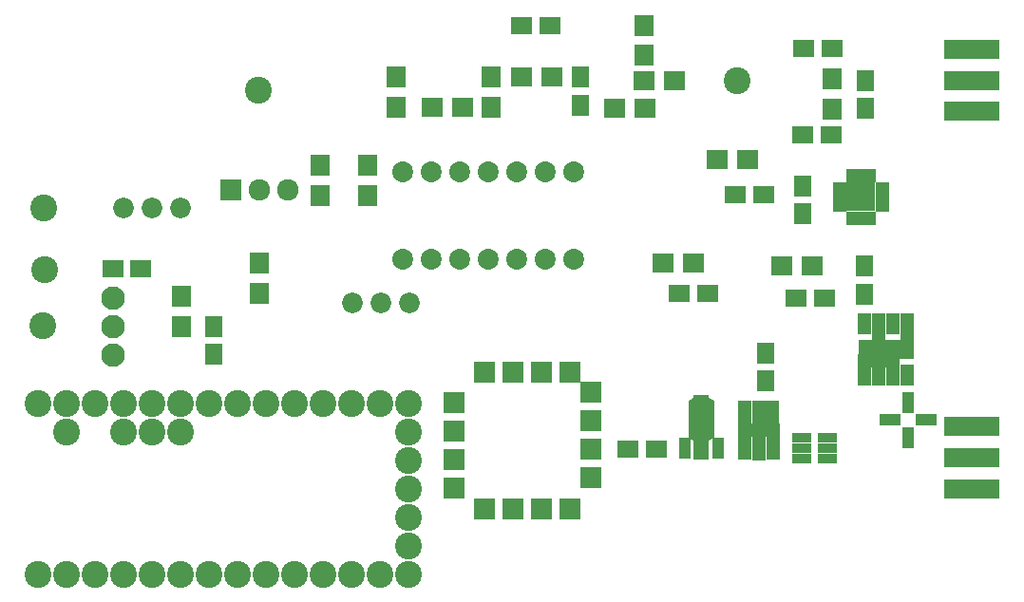
<source format=gbr>
G04 #@! TF.FileFunction,Soldermask,Top*
%FSLAX46Y46*%
G04 Gerber Fmt 4.6, Leading zero omitted, Abs format (unit mm)*
G04 Created by KiCad (PCBNEW 4.0.7) date 02/08/18 05:40:13*
%MOMM*%
%LPD*%
G01*
G04 APERTURE LIST*
%ADD10C,0.100000*%
%ADD11C,1.840000*%
%ADD12R,1.900000X1.700000*%
%ADD13R,1.900000X1.650000*%
%ADD14R,1.920000X1.920000*%
%ADD15C,2.400000*%
%ADD16C,2.100000*%
%ADD17R,1.650000X1.900000*%
%ADD18R,1.700000X1.900000*%
%ADD19R,4.900000X1.800000*%
%ADD20R,0.760000X1.290000*%
%ADD21R,1.290000X0.760000*%
%ADD22R,2.560000X2.560000*%
%ADD23R,1.111200X1.898600*%
%ADD24R,1.314400X5.734000*%
%ADD25R,1.160000X2.790000*%
%ADD26R,1.160000X1.920000*%
%ADD27R,3.700000X1.270000*%
%ADD28R,4.970000X1.670000*%
%ADD29R,1.950000X1.010000*%
%ADD30R,1.010000X1.950000*%
%ADD31R,1.670000X0.908000*%
%ADD32C,1.920000*%
%ADD33C,1.860000*%
%ADD34R,1.190000X2.080000*%
%ADD35R,1.190000X2.510000*%
%ADD36R,2.460000X2.080000*%
%ADD37R,3.730000X1.160000*%
%ADD38C,1.162000*%
G04 APERTURE END LIST*
D10*
D11*
X65405000Y-57079000D03*
X67945000Y-57079000D03*
X70485000Y-57079000D03*
D12*
X106402000Y-53818000D03*
X103702000Y-53818000D03*
D13*
X44043000Y-54077000D03*
X46543000Y-54077000D03*
D14*
X79692000Y-63294000D03*
X77152000Y-63294000D03*
X82232000Y-63294000D03*
X84772000Y-63294000D03*
X84772000Y-75494000D03*
X82232000Y-75494000D03*
X79692000Y-75494000D03*
X77152000Y-75494000D03*
X86682000Y-65074000D03*
X86682000Y-67614000D03*
X86682000Y-70154000D03*
X86682000Y-72694000D03*
X74482000Y-65964000D03*
X74482000Y-68504000D03*
X74482000Y-71044000D03*
X74482000Y-73584000D03*
D15*
X37968000Y-54089000D03*
X37836000Y-59152000D03*
D16*
X44058000Y-59210000D03*
X44058000Y-56670000D03*
X44058000Y-61750000D03*
D13*
X92477000Y-70105000D03*
X89977000Y-70105000D03*
D17*
X53045000Y-59182000D03*
X53045000Y-61682000D03*
X111100000Y-39752000D03*
X111100000Y-37252000D03*
D13*
X108159000Y-34403000D03*
X105659000Y-34403000D03*
X99555000Y-47420000D03*
X102055000Y-47420000D03*
X108082000Y-42144000D03*
X105582000Y-42144000D03*
D17*
X102260000Y-64060000D03*
X102260000Y-61560000D03*
D13*
X104975000Y-56640000D03*
X107475000Y-56640000D03*
D17*
X105575000Y-46640000D03*
X105575000Y-49140000D03*
D13*
X94582000Y-56249000D03*
X97082000Y-56249000D03*
D17*
X111059000Y-56318000D03*
X111059000Y-53818000D03*
X85710000Y-39452000D03*
X85710000Y-36952000D03*
D13*
X80528000Y-32332000D03*
X83028000Y-32332000D03*
D18*
X108158000Y-39776000D03*
X108158000Y-37076000D03*
D12*
X95841000Y-53511000D03*
X93141000Y-53511000D03*
D11*
X50094000Y-48621000D03*
X47554000Y-48621000D03*
X45014000Y-48621000D03*
D12*
X100646000Y-44291000D03*
X97946000Y-44291000D03*
D18*
X57109000Y-53515000D03*
X57109000Y-56215000D03*
X66802000Y-44785000D03*
X66802000Y-47485000D03*
X62499000Y-44841000D03*
X62499000Y-47541000D03*
D12*
X72521000Y-39625000D03*
X75221000Y-39625000D03*
D18*
X77810000Y-36962000D03*
X77810000Y-39662000D03*
X69317000Y-39634000D03*
X69317000Y-36934000D03*
D12*
X80512000Y-36971000D03*
X83212000Y-36971000D03*
D18*
X91417000Y-35024000D03*
X91417000Y-32324000D03*
D12*
X88754000Y-39737000D03*
X91454000Y-39737000D03*
X94136000Y-37278000D03*
X91436000Y-37278000D03*
D15*
X37940000Y-48613000D03*
X57054000Y-38114000D03*
X99715000Y-37269000D03*
D19*
X120650000Y-34465000D03*
X120650000Y-37240000D03*
X120650000Y-40015000D03*
D20*
X111699000Y-45739000D03*
D21*
X112629000Y-48619000D03*
D22*
X110724000Y-47644000D03*
D21*
X108819000Y-46669000D03*
X108819000Y-47319000D03*
X108819000Y-47969000D03*
X108819000Y-48619000D03*
X112629000Y-47969000D03*
X112629000Y-47319000D03*
X112629000Y-46669000D03*
D20*
X111699000Y-49549000D03*
X111049000Y-49549000D03*
X110399000Y-49549000D03*
X109749000Y-49549000D03*
X111049000Y-45739000D03*
X110399000Y-45739000D03*
X109749000Y-45739000D03*
D23*
X98008600Y-70071700D03*
X95011400Y-70071700D03*
D24*
X96510000Y-68154000D03*
D10*
G36*
X96767200Y-69598600D02*
X96767200Y-65287000D01*
X97662500Y-65782300D01*
X97662500Y-69103300D01*
X96767200Y-69598600D01*
X96767200Y-69598600D01*
G37*
G36*
X95357500Y-69103300D02*
X95357500Y-65782300D01*
X96252800Y-65287000D01*
X96252800Y-69598600D01*
X95357500Y-69103300D01*
X95357500Y-69103300D01*
G37*
D25*
X114874000Y-59395000D03*
D26*
X114874000Y-63490000D03*
X113604000Y-63490000D03*
X112334000Y-63490000D03*
X111064000Y-63490000D03*
X113604000Y-58960000D03*
D25*
X112334000Y-59395000D03*
D26*
X111064000Y-58960000D03*
D27*
X112334000Y-62295000D03*
D28*
X112969000Y-61225000D03*
D29*
X116525000Y-67524000D03*
D30*
X114940000Y-69109000D03*
X114940000Y-65939000D03*
D29*
X113355000Y-67524000D03*
D31*
X105466000Y-69104200D03*
X105466000Y-70044000D03*
X105466000Y-70983800D03*
X107752000Y-69104200D03*
X107752000Y-70044000D03*
X107752000Y-70983800D03*
D19*
X120650000Y-73665000D03*
X120650000Y-70890000D03*
X120650000Y-68115000D03*
D32*
X57132000Y-47001000D03*
X59672000Y-47001000D03*
D14*
X54592000Y-47001000D03*
D33*
X69898000Y-45396000D03*
X72438000Y-45396000D03*
X74978000Y-45396000D03*
X77518000Y-45396000D03*
X80058000Y-45396000D03*
X82598000Y-45396000D03*
X85138000Y-45396000D03*
X69898000Y-53156000D03*
X72438000Y-53156000D03*
X74978000Y-53156000D03*
X77518000Y-53156000D03*
X80058000Y-53156000D03*
X82598000Y-53156000D03*
X85138000Y-53156000D03*
D18*
X50160000Y-59202000D03*
X50160000Y-56502000D03*
D15*
X37379000Y-81280000D03*
X39919000Y-81280000D03*
X42459000Y-81280000D03*
X44999000Y-81280000D03*
X47539000Y-81280000D03*
X50079000Y-81280000D03*
X52619000Y-81280000D03*
X55159000Y-81280000D03*
X57699000Y-81280000D03*
X60239000Y-81280000D03*
X62779000Y-81280000D03*
X65319000Y-81280000D03*
X67859000Y-81280000D03*
X70399000Y-81280000D03*
X70399000Y-78740000D03*
X70399000Y-76200000D03*
X70399000Y-73660000D03*
X70399000Y-71120000D03*
X70399000Y-68580000D03*
X70399000Y-66040000D03*
X67859000Y-66040000D03*
X65319000Y-66040000D03*
X62779000Y-66040000D03*
X60239000Y-66040000D03*
X57699000Y-66040000D03*
X55159000Y-66040000D03*
X52619000Y-66040000D03*
X50079000Y-66040000D03*
X47539000Y-66040000D03*
X44999000Y-66040000D03*
X42459000Y-66040000D03*
X39919000Y-66040000D03*
X37379000Y-66040000D03*
X39919000Y-68580000D03*
X44999000Y-68580000D03*
X47539000Y-68580000D03*
X50079000Y-68580000D03*
D34*
X100350000Y-66860000D03*
X100350000Y-70080000D03*
D35*
X101620000Y-69865000D03*
D34*
X102890000Y-70080000D03*
D36*
X102255000Y-66860000D03*
D37*
X101620000Y-68470000D03*
D38*
X101620000Y-68470000D03*
X101620000Y-69403000D03*
X101620000Y-70336000D03*
X102730000Y-68470000D03*
X100510000Y-68470000D03*
M02*

</source>
